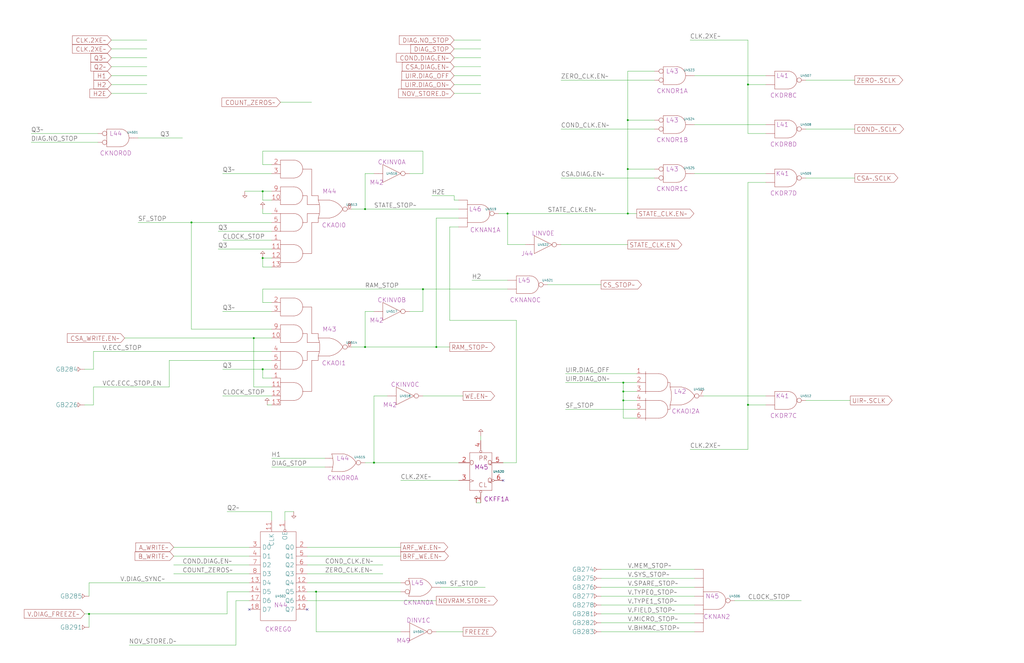
<source format=kicad_sch>
(kicad_sch (version 20211123) (generator eeschema)
  (paper "User" 584.2 378.46)
  (title_block (title "CLOCK GENERATION\\nSTATE CLOCKS") (date "22-MAR-90") (rev "1.0") (comment 1 "VALUE") (comment 2 "232-003063") (comment 3 "S400") (comment 4 "RELEASED"))
  (lib_symbols
    (symbol "r1000:F00" (pin_numbers hide) (pin_names hide)
      (property "Reference" "U" (at 15.24 0 0))
      (property "Value" "F00" (at 1.905 -5.08 0))
      (property "Location" "___" (at 1.905 0 0))
      (property "Name" "______" (at 2.54 -12.7 0))
      (symbol "F00_0_1"
        (polyline (pts (xy -2.54 -7.62) (xy 5.08 -7.62)) (stroke (width 0.1524)))
        (polyline (pts (xy -2.54 2.54) (xy -2.54 -7.62)) (stroke (width 0.1524)))
        (polyline (pts (xy -2.54 2.54) (xy 5.08 2.54)) (stroke (width 0.1524)))
        (arc (start 5.08 -7.62) (mid 10.1282 -2.54) (end 5.08 2.54) (stroke (width 0.1524)))
        (circle (center 11.43 -2.54) (radius 1.27) (stroke (width 0.1524)))
      )
      (symbol "F00_0_2"
        (circle (center -3.81 -5.08) (radius 1.27) (stroke (width 0.1524)))
        (circle (center -3.81 0) (radius 1.27) (stroke (width 0.1524)))
        (arc (start -3.175 -7.62) (mid -2.134 -2.54) (end -3.175 2.54) (stroke (width 0.1524)))
        (polyline (pts (xy -3.175 -7.62) (xy 3.81 -7.62)) (stroke (width 0.1524)))
        (polyline (pts (xy -3.175 2.54) (xy 3.81 2.54)) (stroke (width 0.1524)))
        (arc (start 3.81 -7.62) (mid 7.5855 -5.8306) (end 10.16 -2.54) (stroke (width 0.1524)))
        (arc (start 10.16 -2.54) (mid 7.5827 0.7471) (end 3.81 2.54) (stroke (width 0.1524)))
      )
      (symbol "F00_1_1"
        (pin input line (at -7.62 0 0) (length 5.08) (name "D0") (number "1"))
        (pin input line (at -7.62 -5.08 0) (length 5.08) (name "D1") (number "2"))
        (pin output line (at 15.24 -2.54 180) (length 2.54) (name "Q") (number "3"))
      )
      (symbol "F00_1_2"
        (pin input line (at -7.62 0 0) (length 2.54) (name "D0") (number "1"))
        (pin input line (at -7.62 -5.08 0) (length 2.54) (name "D1") (number "2"))
        (pin output line (at 15.24 -2.54 180) (length 5.08) (name "Q") (number "3"))
      )
    )
    (symbol "r1000:F02" (pin_numbers hide) (pin_names hide)
      (property "Reference" "U" (at 12.16 0.635 0))
      (property "Value" "F02" (at -1.27 -4.445 0))
      (property "Location" "___" (at 2.54 0 0))
      (property "Name" "______" (at 2.54 -12.7 0))
      (symbol "F02_0_1"
        (arc (start -3.81 -7.62) (mid -2.9847 -2.54) (end -3.81 2.54) (stroke (width 0.1524)))
        (polyline (pts (xy -5.08 -5.08) (xy -3.175 -5.08)) (stroke (width 0.1524)))
        (polyline (pts (xy -5.08 0) (xy -3.175 0)) (stroke (width 0.1524)))
        (polyline (pts (xy -3.81 -7.62) (xy 2.54 -7.62)) (stroke (width 0.1524)))
        (polyline (pts (xy -3.81 2.54) (xy 2.54 2.54)) (stroke (width 0.1524)))
        (polyline (pts (xy 13.97 -2.54) (xy 12.7 -2.54)) (stroke (width 0.1524)))
        (arc (start 2.54 -7.62) (mid 6.9515 -5.9823) (end 10.16 -2.54) (stroke (width 0.1524)))
        (arc (start 10.16 -2.54) (mid 6.9478 0.8966) (end 2.54 2.54) (stroke (width 0.1524)))
        (circle (center 11.43 -2.54) (radius 1.27) (stroke (width 0.1524)))
      )
      (symbol "F02_0_2"
        (circle (center -3.81 -5.08) (radius 1.27) (stroke (width 0.1524)))
        (circle (center -3.81 0) (radius 1.27) (stroke (width 0.1524)))
        (polyline (pts (xy -2.54 -7.62) (xy 5.08 -7.62)) (stroke (width 0.1524)))
        (polyline (pts (xy -2.54 2.54) (xy -2.54 -7.62)) (stroke (width 0.1524)))
        (polyline (pts (xy -2.54 2.54) (xy 5.08 2.54)) (stroke (width 0.1524)))
        (polyline (pts (xy 11.43 -2.54) (xy 10.16 -2.54)) (stroke (width 0.1524)))
        (polyline (pts (xy 11.43 -2.54) (xy 12.7 -2.54)) (stroke (width 0.1524)))
        (arc (start 5.08 -7.62) (mid 10.1282 -2.54) (end 5.08 2.54) (stroke (width 0.1524)))
      )
      (symbol "F02_1_1"
        (pin input line (at -7.62 0 0) (length 2.54) (name "D0") (number "1"))
        (pin input line (at -7.62 -5.08 0) (length 2.54) (name "D1") (number "2"))
        (pin output line (at 15.24 -2.54 180) (length 1.27) (name "Q") (number "3"))
      )
      (symbol "F02_1_2"
        (pin input line (at -7.62 0 0) (length 2.54) (name "D0") (number "1"))
        (pin input line (at -7.62 -5.08 0) (length 2.54) (name "D1") (number "2"))
        (pin output line (at 15.24 -2.54 180) (length 2.54) (name "Q") (number "3"))
      )
    )
    (symbol "r1000:F04" (pin_numbers hide) (pin_names hide)
      (property "Reference" "U" (at 0 0 0))
      (property "Value" "F04" (at 1.27 -5.08 0))
      (property "Location" "___" (at -12.7 -5.08 0))
      (property "Name" "______" (at 0 5.08 0))
      (symbol "F04_0_1"
        (polyline (pts (xy -7.62 0) (xy -5.08 0)) (stroke (width 0.1524)))
        (polyline (pts (xy -5.08 5.08) (xy -5.08 -5.08)) (stroke (width 0.1524)))
        (polyline (pts (xy 5.08 0) (xy -5.08 -5.08)) (stroke (width 0.1524)))
        (polyline (pts (xy 5.08 0) (xy -5.08 5.08)) (stroke (width 0.1524)))
        (circle (center 6.35 0) (radius 1.27) (stroke (width 0.1524)))
      )
      (symbol "F04_1_1"
        (pin input line (at -10.16 0 0) (length 2.54) (name "D0") (number "1"))
        (pin output line (at 10.16 0 180) (length 2.54) (name "Q") (number "2"))
      )
    )
    (symbol "r1000:F20" (pin_numbers hide) (pin_names hide)
      (property "Reference" "U" (at 8.255 2.54 0))
      (property "Value" "F20" (at -0.635 -2.54 0))
      (property "Location" "___" (at -0.635 2.54 0))
      (property "Name" "______" (at 5.08 -10.795 0))
      (symbol "F20_0_1"
        (polyline (pts (xy -5.08 -5.08) (xy -5.08 -7.62)) (stroke (width 0.1524)))
        (polyline (pts (xy -5.08 5.08) (xy -5.08 -5.08)) (stroke (width 0.1524)))
        (polyline (pts (xy -5.08 7.62) (xy -5.08 5.08)) (stroke (width 0.1524)))
        (polyline (pts (xy 2.54 -5.08) (xy -5.08 -5.08)) (stroke (width 0.1524)))
        (polyline (pts (xy 2.54 5.08) (xy -5.08 5.08)) (stroke (width 0.1524)))
        (arc (start 2.54 -5.08) (mid 7.5882 0) (end 2.54 5.08) (stroke (width 0.1524)))
        (circle (center 8.89 0) (radius 1.27) (stroke (width 0.1524)))
      )
      (symbol "F20_0_2"
        (circle (center -7.62 -7.62) (radius 1.27) (stroke (width 0.1524)))
        (circle (center -7.62 7.62) (radius 1.27) (stroke (width 0.1524)))
        (circle (center -6.985 -2.54) (radius 1.27) (stroke (width 0.1524)))
        (circle (center -6.985 2.54) (radius 1.27) (stroke (width 0.1524)))
        (arc (start -6.35 -7.62) (mid -5.3975 0) (end -6.35 7.62) (stroke (width 0.1524)))
        (polyline (pts (xy -5.715 -5.08) (xy 1.27 -5.08)) (stroke (width 0.1524)))
        (polyline (pts (xy -5.715 5.08) (xy 1.27 5.08)) (stroke (width 0.1524)))
        (arc (start 1.27 -5.08) (mid 5.0518 -3.2985) (end 7.62 0) (stroke (width 0.1524)))
        (arc (start 7.62 0) (mid 5.0518 3.2985) (end 1.27 5.08) (stroke (width 0.1524)))
      )
      (symbol "F20_1_1"
        (pin input line (at -10.16 7.62 0) (length 5.08) (name "D0") (number "1"))
        (pin input line (at -10.16 2.54 0) (length 5.08) (name "D1") (number "2"))
        (pin input line (at -10.16 -2.54 0) (length 5.08) (name "D2") (number "4"))
        (pin input line (at -10.16 -7.62 0) (length 5.08) (name "D3") (number "5"))
        (pin output line (at 12.7 0 180) (length 2.54) (name "Q") (number "6"))
      )
      (symbol "F20_1_2"
        (pin input line (at -10.16 7.62 0) (length 1.27) (name "D0") (number "1"))
        (pin input line (at -10.16 2.54 0) (length 1.905) (name "D1") (number "2"))
        (pin input line (at -10.16 -2.54 0) (length 1.905) (name "D2") (number "4"))
        (pin input line (at -10.16 -7.62 0) (length 1.27) (name "D3") (number "5"))
        (pin output line (at 12.7 0 180) (length 5.08) (name "Q") (number "6"))
      )
    )
    (symbol "r1000:F30" (pin_numbers hide) (pin_names hide)
      (property "Reference" "U" (at 15.24 2.54 0))
      (property "Value" "F30" (at 2.54 -2.54 0))
      (property "Location" "___" (at 2.54 2.54 0))
      (property "Name" "______" (at 5.08 -10.62 0))
      (symbol "F30_0_0"
        (polyline (pts (xy -2.54 -5.08) (xy 5.08 -5.08)) (stroke (width 0.1524)))
        (polyline (pts (xy -2.54 5.08) (xy 5.08 5.08)) (stroke (width 0.1524)))
        (arc (start 5.08 -5.08) (mid 8.6721 -3.5921) (end 10.16 0) (stroke (width 0.1524)))
        (arc (start 10.16 0) (mid 8.6721 3.5921) (end 5.08 5.08) (stroke (width 0.1524)))
        (circle (center 11.43 0) (radius 1.27) (stroke (width 0.1524)))
      )
      (symbol "F30_0_1"
        (polyline (pts (xy -2.54 -7.62) (xy -2.54 -17.78)) (stroke (width 0.1524)))
        (polyline (pts (xy -2.54 -5.08) (xy -2.54 -7.62)) (stroke (width 0.1524)))
        (polyline (pts (xy -2.54 5.08) (xy -2.54 -5.08)) (stroke (width 0.1524)))
        (polyline (pts (xy -2.54 7.62) (xy -2.54 5.08)) (stroke (width 0.1524)))
        (polyline (pts (xy -2.54 17.145) (xy -2.54 7.62)) (stroke (width 0.1524)))
        (polyline (pts (xy -2.54 17.78) (xy -2.54 17.145)) (stroke (width 0.1524)))
      )
      (symbol "F30_1_1"
        (pin input line (at -7.62 7.62 0) (length 5.08) (name "D2") (number "1"))
        (pin input line (at -7.62 17.78 0) (length 5.08) (name "D0") (number "11"))
        (pin input line (at -7.62 12.7 0) (length 5.08) (name "D1") (number "12"))
        (pin input line (at -7.62 2.54 0) (length 5.08) (name "D3") (number "2"))
        (pin input line (at -7.62 -2.54 0) (length 5.08) (name "D4") (number "3"))
        (pin input line (at -7.62 -7.62 0) (length 5.08) (name "D5") (number "4"))
        (pin input line (at -7.62 -12.7 0) (length 5.08) (name "D6") (number "5"))
        (pin input line (at -7.62 -17.78 0) (length 5.08) (name "D7") (number "6"))
        (pin output line (at 15.24 0 180) (length 2.54) (name "Q") (number "8"))
      )
    )
    (symbol "r1000:F37" (pin_numbers hide) (pin_names (offset 0) hide)
      (property "Reference" "U" (at 15.24 0 0))
      (property "Value" "F37" (at 1.905 -5.08 0))
      (property "Location" "___" (at 1.905 0 0))
      (property "Name" "______" (at 2.54 -12.7 0))
      (symbol "F37_0_1"
        (polyline (pts (xy -2.54 -7.62) (xy 5.08 -7.62)) (stroke (width 0.1524)))
        (polyline (pts (xy -2.54 2.54) (xy -2.54 -7.62)) (stroke (width 0.1524)))
        (polyline (pts (xy -2.54 2.54) (xy 5.08 2.54)) (stroke (width 0.1524)))
        (arc (start 5.08 -7.62) (mid 10.1282 -2.54) (end 5.08 2.54) (stroke (width 0.1524)))
        (circle (center 11.43 -2.54) (radius 1.27) (stroke (width 0.1524)))
      )
      (symbol "F37_0_2"
        (circle (center -3.81 -5.08) (radius 1.27) (stroke (width 0.1524)))
        (circle (center -3.81 0) (radius 1.27) (stroke (width 0.1524)))
        (arc (start -3.175 -7.62) (mid -2.134 -2.54) (end -3.175 2.54) (stroke (width 0.1524)))
        (polyline (pts (xy -3.175 -7.62) (xy 3.81 -7.62)) (stroke (width 0.1524)))
        (polyline (pts (xy -3.175 2.54) (xy 3.81 2.54)) (stroke (width 0.1524)))
        (arc (start 3.81 -7.62) (mid 7.5855 -5.8306) (end 10.16 -2.54) (stroke (width 0.1524)))
        (arc (start 10.16 -2.54) (mid 7.5827 0.7471) (end 3.81 2.54) (stroke (width 0.1524)))
      )
      (symbol "F37_1_1"
        (pin input line (at -7.62 0 0) (length 5.08) (name "D0") (number "1"))
        (pin input line (at -7.62 -5.08 0) (length 5.08) (name "D1") (number "2"))
        (pin output line (at 15.24 -2.54 180) (length 2.54) (name "Q") (number "3"))
      )
      (symbol "F37_1_2"
        (pin input line (at -7.62 0 0) (length 2.54) (name "D0") (number "1"))
        (pin input line (at -7.62 -5.08 0) (length 2.54) (name "D1") (number "2"))
        (pin output line (at 15.24 -2.54 180) (length 5.08) (name "Q") (number "3"))
      )
    )
    (symbol "r1000:F374" (pin_names (offset 1.016))
      (property "Reference" "U" (at 2.54 5.08 0))
      (property "Value" "F374" (at -3.81 -7.62 0))
      (property "Location" "___" (at -1.27 0 0))
      (property "Name" "______" (at 1.27 -15.24 0))
      (symbol "F374_1_1"
        (rectangle (start -8.89 41.91) (end 11.43 -8.89))
        (circle (center 5.08 42.545) (radius 0.635))
        (pin input line (at 5.08 48.26 270) (length 5.08) (name "OE") (number "1"))
        (pin input line (at -2.54 48.26 270) (length 6.35) (name "CLK") (number "11"))
        (pin tri_state line (at 17.78 12.7 180) (length 6.35) (name "Q4") (number "12"))
        (pin input line (at -15.24 12.7 0) (length 6.35) (name "D4") (number "13"))
        (pin input line (at -15.24 7.62 0) (length 6.35) (name "D5") (number "14"))
        (pin tri_state line (at 17.78 7.62 180) (length 6.35) (name "Q5") (number "15"))
        (pin tri_state line (at 17.78 2.54 180) (length 6.35) (name "Q6") (number "16"))
        (pin input line (at -15.24 2.54 0) (length 6.35) (name "D6") (number "17"))
        (pin input line (at -15.24 -2.54 0) (length 6.35) (name "D7") (number "18"))
        (pin tri_state line (at 17.78 -2.54 180) (length 6.35) (name "Q7") (number "19"))
        (pin tri_state line (at 17.78 33.02 180) (length 6.35) (name "Q0") (number "2"))
        (pin input line (at -15.24 33.02 0) (length 6.35) (name "D0") (number "3"))
        (pin input line (at -15.24 27.94 0) (length 6.35) (name "D1") (number "4"))
        (pin tri_state line (at 17.78 27.94 180) (length 6.35) (name "Q1") (number "5"))
        (pin tri_state line (at 17.78 22.86 180) (length 6.35) (name "Q2") (number "6"))
        (pin input line (at -15.24 22.86 0) (length 6.35) (name "D2") (number "7"))
        (pin input line (at -15.24 17.78 0) (length 6.35) (name "D3") (number "8"))
        (pin tri_state line (at 17.78 17.78 180) (length 6.35) (name "Q3") (number "9"))
      )
    )
    (symbol "r1000:F51" (pin_names hide)
      (property "Reference" "U" (at 12.7 1.27 0))
      (property "Value" "F51" (at 1.905 -5.08 0))
      (property "Location" "___" (at 1.905 0 0))
      (property "Name" "______" (at 5.08 -12.7 0))
      (symbol "F51_0_0"
        (arc (start -10.16 -15.24) (mid -6.5679 -13.7521) (end -5.08 -10.16) (stroke (width 0.1524)))
        (arc (start -10.16 0) (mid -6.5679 1.4879) (end -5.08 5.08) (stroke (width 0.1524)))
        (arc (start -5.08 -10.16) (mid -6.5679 -6.5679) (end -10.16 -5.08) (stroke (width 0.1524)))
        (arc (start -5.08 5.08) (mid -6.5679 8.6721) (end -10.16 10.16) (stroke (width 0.1524)))
        (arc (start -3.8173 -7.62) (mid -2.9926 -2.54) (end -3.8173 2.54) (stroke (width 0.1524)))
        (polyline (pts (xy -20.32 -15.24) (xy -17.78 -15.24)) (stroke (width 0.1524)))
        (polyline (pts (xy -20.32 -10.16) (xy -17.78 -10.16)) (stroke (width 0.1524)))
        (polyline (pts (xy -20.32 -5.08) (xy -17.78 -5.08)) (stroke (width 0.1524)))
        (polyline (pts (xy -20.32 0) (xy -17.78 0)) (stroke (width 0.1524)))
        (polyline (pts (xy -20.32 5.08) (xy -17.78 5.08)) (stroke (width 0.1524)))
        (polyline (pts (xy -20.32 10.16) (xy -17.78 10.16)) (stroke (width 0.1524)))
        (polyline (pts (xy -17.78 -3.81) (xy -17.78 -16.51)) (stroke (width 0.1524)))
        (polyline (pts (xy -17.78 11.43) (xy -17.78 -1.27)) (stroke (width 0.1524)))
        (polyline (pts (xy -10.16 -15.24) (xy -17.78 -15.24)) (stroke (width 0.1524)))
        (polyline (pts (xy -10.16 -5.08) (xy -17.78 -5.08)) (stroke (width 0.1524)))
        (polyline (pts (xy -10.16 0) (xy -17.78 0)) (stroke (width 0.1524)))
        (polyline (pts (xy -10.16 10.16) (xy -17.78 10.16)) (stroke (width 0.1524)))
        (polyline (pts (xy -3.81 -7.62) (xy 2.54 -7.62)) (stroke (width 0.1524)))
        (polyline (pts (xy -3.81 2.54) (xy 2.54 2.54)) (stroke (width 0.1524)))
        (polyline (pts (xy -5.08 -10.16) (xy -3.81 -10.16) (xy -3.81 -7.62)) (stroke (width 0.1524)))
        (polyline (pts (xy -5.08 5.08) (xy -3.81 5.08) (xy -3.81 2.54)) (stroke (width 0.1524)))
        (arc (start 2.54 -7.62) (mid 6.9504 -5.9805) (end 10.16 -2.54) (stroke (width 0.1524)))
        (arc (start 10.16 -2.54) (mid 6.9516 0.9024) (end 2.54 2.54) (stroke (width 0.1524)))
        (circle (center 11.43 -2.54) (radius 1.27) (stroke (width 0.1524)))
      )
      (symbol "F51_1_1"
        (pin input line (at -22.86 10.16 0) (length 2.54) (name "A1") (number "1"))
        (pin input line (at -22.86 5.08 0) (length 2.54) (name "A2") (number "2"))
        (pin input line (at -22.86 0 0) (length 2.54) (name "A3") (number "3"))
        (pin input line (at -22.86 -5.08 0) (length 2.54) (name "B1") (number "4"))
        (pin input line (at -22.86 -10.16 0) (length 2.54) (name "B2") (number "5"))
        (pin input line (at -22.86 -15.24 0) (length 2.54) (name "B3") (number "6"))
        (pin output line (at 15.24 -2.54 180) (length 2.54) (name "Q") (number "7"))
      )
    )
    (symbol "r1000:F64" (pin_names hide)
      (property "Reference" "U" (at 15.24 2.54 0))
      (property "Value" "F64" (at 2.54 0 0))
      (property "Location" "___" (at 2.54 10.16 0))
      (property "Name" "______" (at 5.08 -10.62 0))
      (symbol "F64_0_0"
        (arc (start -17.78 -30.48) (mid -14.1879 -28.9921) (end -12.7 -25.4) (stroke (width 0.1524)))
        (arc (start -17.78 -12.7) (mid -14.1879 -11.2121) (end -12.7 -7.62) (stroke (width 0.1524)))
        (arc (start -17.78 2.54) (mid -14.1879 4.0279) (end -12.7 7.62) (stroke (width 0.1524)))
        (arc (start -17.78 17.78) (mid -14.1879 19.2679) (end -12.7 22.86) (stroke (width 0.1524)))
        (arc (start -12.7 -25.4) (mid -14.1879 -21.8079) (end -17.78 -20.32) (stroke (width 0.1524)))
        (arc (start -12.7 -7.62) (mid -14.1879 -4.0279) (end -17.78 -2.54) (stroke (width 0.1524)))
        (arc (start -12.7 7.62) (mid -14.1879 11.2121) (end -17.78 12.7) (stroke (width 0.1524)))
        (arc (start -12.7 22.86) (mid -14.1879 26.4521) (end -17.78 27.94) (stroke (width 0.1524)))
        (arc (start -3.8173 -5.08) (mid -2.9926 0) (end -3.8173 5.08) (stroke (width 0.1524)))
        (polyline (pts (xy -25.4 -30.48) (xy -17.78 -30.48)) (stroke (width 0.1524)))
        (polyline (pts (xy -25.4 -20.32) (xy -17.78 -20.32)) (stroke (width 0.1524)))
        (polyline (pts (xy -25.4 -12.7) (xy -17.78 -12.7)) (stroke (width 0.1524)))
        (polyline (pts (xy -25.4 -2.54) (xy -17.78 -2.54)) (stroke (width 0.1524)))
        (polyline (pts (xy -25.4 2.54) (xy -17.78 2.54)) (stroke (width 0.1524)))
        (polyline (pts (xy -25.4 12.7) (xy -17.78 12.7)) (stroke (width 0.1524)))
        (polyline (pts (xy -25.4 17.78) (xy -17.78 17.78)) (stroke (width 0.1524)))
        (polyline (pts (xy -25.4 27.94) (xy -17.78 27.94)) (stroke (width 0.1524)))
        (polyline (pts (xy -3.81 -5.08) (xy 2.54 -5.08)) (stroke (width 0.1524)))
        (polyline (pts (xy -3.81 5.08) (xy 2.54 5.08)) (stroke (width 0.1524)))
        (arc (start 2.54 -5.08) (mid 6.9504 -3.4405) (end 10.16 0) (stroke (width 0.1524)))
        (arc (start 10.16 0) (mid 6.9516 3.4424) (end 2.54 5.08) (stroke (width 0.1524)))
        (circle (center 11.43 0) (radius 1.27) (stroke (width 0.1524)))
      )
      (symbol "F64_0_1"
        (polyline (pts (xy -25.4 -33.02) (xy -25.4 -30.48)) (stroke (width 0.1524)))
        (polyline (pts (xy -25.4 -20.32) (xy -25.4 -30.48)) (stroke (width 0.1524)))
        (polyline (pts (xy -25.4 -17.78) (xy -25.4 -20.32)) (stroke (width 0.1524)))
        (polyline (pts (xy -25.4 -2.54) (xy -25.4 -12.7)) (stroke (width 0.1524)))
        (polyline (pts (xy -25.4 12.7) (xy -25.4 2.54)) (stroke (width 0.1524)))
        (polyline (pts (xy -25.4 27.94) (xy -25.4 17.78)) (stroke (width 0.1524)))
        (polyline (pts (xy -12.7 -7.62) (xy -12.7 -7.62)) (stroke (width 0.1524)))
        (polyline (pts (xy -5.08 -2.54) (xy -3.175 -2.54)) (stroke (width 0.1524)))
        (polyline (pts (xy -5.08 2.54) (xy -3.175 2.54)) (stroke (width 0.1524)))
        (polyline (pts (xy -12.7 -7.62) (xy -10.16 -7.62) (xy -10.16 -2.54) (xy -5.08 -2.54)) (stroke (width 0.1524)))
        (polyline (pts (xy -12.7 7.62) (xy -10.16 7.62) (xy -10.16 2.54) (xy -5.08 2.54)) (stroke (width 0.1524)))
        (polyline (pts (xy -3.81 -5.08) (xy -3.81 -7.62) (xy -7.62 -7.62) (xy -7.62 -25.4) (xy -12.7 -25.4)) (stroke (width 0.1524)))
        (polyline (pts (xy -3.81 5.08) (xy -3.81 7.62) (xy -7.62 7.62) (xy -7.62 22.86) (xy -12.7 22.86)) (stroke (width 0.1524)))
      )
      (symbol "F64_1_1"
        (pin input line (at -30.48 -17.78 0) (length 5.08) (name "D0") (number "1"))
        (pin input line (at -30.48 5.08 0) (length 5.08) (name "B1") (number "10"))
        (pin input line (at -30.48 -22.86 0) (length 5.08) (name "D1") (number "11"))
        (pin input line (at -30.48 -27.94 0) (length 5.08) (name "D2") (number "12"))
        (pin input line (at -30.48 -33.02 0) (length 5.08) (name "D3") (number "13"))
        (pin input line (at -30.48 25.4 0) (length 5.08) (name "A0") (number "2"))
        (pin input line (at -30.48 20.32 0) (length 5.08) (name "A1") (number "3"))
        (pin input line (at -30.48 -2.54 0) (length 5.08) (name "C0") (number "4"))
        (pin input line (at -30.48 -7.62 0) (length 5.08) (name "C1") (number "5"))
        (pin input line (at -30.48 -12.7 0) (length 5.08) (name "C2") (number "6"))
        (pin output line (at 15.24 0 180) (length 2.54) (name "Q") (number "8"))
        (pin input line (at -30.48 10.16 0) (length 5.08) (name "B0") (number "9"))
      )
    )
    (symbol "r1000:F74" (pin_names (offset 1.016) hide)
      (property "Reference" "U" (at 12.7 -2.54 0))
      (property "Value" "F74" (at -1.27 -5.08 0))
      (property "Location" "___" (at -1.27 0 0))
      (property "Name" "______" (at 11.43 -19.685 0))
      (symbol "F74_0_1"
        (rectangle (start -3.81 8.255) (end 8.89 -13.335) (stroke (width 0.1524)))
        (polyline (pts (xy 2.54 -15.24) (xy 2.54 -14.605)) (stroke (width 0.1524)))
        (polyline (pts (xy 2.54 10.16) (xy 2.54 9.525)) (stroke (width 0.1524)))
      )
      (symbol "F74_1_1"
        (circle (center 2.54 -13.97) (radius 0.635))
        (circle (center 2.54 8.89) (radius 0.635))
        (circle (center 9.525 -7.62) (radius 0.635))
        (text ">" (at -2.54 -7.62 0) (effects (font (size 2.54 2.54))))
        (text "C" (at 2.54 -10.16 0) (effects (font (size 2.54 2.54))))
        (text "D" (at -2.54 2.54 0) (effects (font (size 2.54 2.54))))
        (text "L" (at 5.08 -10.16 0) (effects (font (size 2.54 2.54))))
        (text "P" (at 2.54 5.08 0) (effects (font (size 2.54 2.54))))
        (text "Q" (at 7.62 -7.62 0) (effects (font (size 2.54 2.54))))
        (text "Q" (at 7.62 2.54 0) (effects (font (size 2.54 2.54))))
        (text "R" (at 5.08 5.08 0) (effects (font (size 2.54 2.54))))
        (pin input line (at 2.54 -20.32 90) (length 5.08) (name "CL_") (number "1"))
        (pin input line (at -10.16 2.54 0) (length 6.35) (name "D") (number "2"))
        (pin input line (at -10.16 -7.62 0) (length 6.35) (name "CLK") (number "3"))
        (pin input line (at 2.54 15.24 270) (length 5.08) (name "PR_") (number "4"))
        (pin output line (at 15.24 2.54 180) (length 6.35) (name "Q") (number "5"))
        (pin output line (at 15.24 -7.62 180) (length 5.08) (name "Q_") (number "6"))
      )
    )
    (symbol "r1000:GB" (pin_numbers hide) (pin_names (offset 0) hide)
      (property "Reference" "GB" (at 3.81 0 0))
      (symbol "GB_0_1"
        (polyline (pts (xy 2.54 0) (xy 3.81 1.27) (xy 3.81 -1.27) (xy 2.54 0)) (stroke (width 0.1524)))
      )
      (symbol "GB_1_1"
        (pin bidirectional line (at 0 0 0) (length 2.54) (name "") (number "1"))
      )
    )
    (symbol "r1000:PD" (power) (pin_numbers hide) (pin_names hide) (in_bom no)
      (symbol "PD_0_1"
        (polyline (pts (xy 0 -2.54) (xy 1.27 -2.54) (xy 0 -3.81) (xy -1.27 -2.54) (xy 0 -2.54)) (stroke (width 0.1524)))
      )
      (symbol "PD_1_1"
        (pin power_in line (at 0 0 270) (length 2.54) (name "PD") (number "1"))
      )
    )
    (symbol "r1000:PU" (power) (pin_numbers hide) (pin_names hide)
      (symbol "PU_0_1"
        (polyline (pts (xy 0 2.54) (xy -1.27 2.54) (xy 0 3.81) (xy 1.27 2.54) (xy 0 2.54)) (stroke (width 0.1524)))
      )
      (symbol "PU_1_1"
        (pin power_in line (at 0 0 90) (length 2.54) (name "PU") (number "1"))
      )
    )
  )
  (wire (pts (xy 109.22 127) (xy 154.94 127)))
  (wire (pts (xy 109.22 187.96) (xy 109.22 127)))
  (wire (pts (xy 124.46 132.08) (xy 154.94 132.08)))
  (wire (pts (xy 124.46 142.24) (xy 154.94 142.24)))
  (wire (pts (xy 127 137.16) (xy 154.94 137.16)))
  (wire (pts (xy 127 177.8) (xy 154.94 177.8)))
  (wire (pts (xy 127 210.82) (xy 149.86 210.82)))
  (wire (pts (xy 127 226.06) (xy 154.94 226.06)))
  (wire (pts (xy 127 99.06) (xy 154.94 99.06)))
  (wire (pts (xy 129.54 292.1) (xy 154.94 292.1)))
  (wire (pts (xy 129.54 337.82) (xy 142.24 337.82)))
  (wire (pts (xy 129.54 350.52) (xy 129.54 337.82)))
  (wire (pts (xy 134.62 342.9) (xy 142.24 342.9)))
  (wire (pts (xy 134.62 368.3) (xy 134.62 342.9)))
  (wire (pts (xy 139.7 109.22) (xy 149.86 109.22)))
  (wire (pts (xy 144.78 193.04) (xy 154.94 193.04)))
  (wire (pts (xy 144.78 220.98) (xy 144.78 193.04)))
  (wire (pts (xy 149.86 109.22) (xy 154.94 109.22)))
  (wire (pts (xy 149.86 114.3) (xy 149.86 109.22)))
  (wire (pts (xy 149.86 121.92) (xy 149.86 119.38)))
  (wire (pts (xy 149.86 147.32) (xy 154.94 147.32)))
  (wire (pts (xy 149.86 152.4) (xy 149.86 147.32)))
  (wire (pts (xy 149.86 165.1) (xy 149.86 172.72)))
  (wire (pts (xy 149.86 172.72) (xy 154.94 172.72)))
  (wire (pts (xy 149.86 210.82) (xy 154.94 210.82)))
  (wire (pts (xy 149.86 215.9) (xy 149.86 210.82)))
  (wire (pts (xy 149.86 86.36) (xy 149.86 93.98)))
  (wire (pts (xy 149.86 93.98) (xy 154.94 93.98)))
  (wire (pts (xy 152.4 231.14) (xy 154.94 231.14)))
  (wire (pts (xy 154.94 114.3) (xy 149.86 114.3)))
  (wire (pts (xy 154.94 121.92) (xy 149.86 121.92)))
  (wire (pts (xy 154.94 152.4) (xy 149.86 152.4)))
  (wire (pts (xy 154.94 187.96) (xy 109.22 187.96)))
  (wire (pts (xy 154.94 215.9) (xy 149.86 215.9)))
  (wire (pts (xy 154.94 220.98) (xy 144.78 220.98)))
  (wire (pts (xy 154.94 261.62) (xy 185.42 261.62)))
  (wire (pts (xy 154.94 266.7) (xy 185.42 266.7)))
  (wire (pts (xy 154.94 292.1) (xy 154.94 297.18)))
  (wire (pts (xy 160.02 58.42) (xy 177.8 58.42)))
  (wire (pts (xy 162.56 292.1) (xy 162.56 297.18)))
  (wire (pts (xy 167.64 292.1) (xy 162.56 292.1)))
  (wire (pts (xy 17.78 76.2) (xy 55.88 76.2)))
  (wire (pts (xy 17.78 81.28) (xy 55.88 81.28)))
  (wire (pts (xy 175.26 312.42) (xy 228.6 312.42)))
  (wire (pts (xy 175.26 317.5) (xy 228.6 317.5)))
  (wire (pts (xy 175.26 322.58) (xy 218.44 322.58)))
  (wire (pts (xy 175.26 327.66) (xy 218.44 327.66)))
  (wire (pts (xy 175.26 332.74) (xy 228.6 332.74)))
  (wire (pts (xy 175.26 342.9) (xy 248.92 342.9)))
  (wire (pts (xy 180.34 337.82) (xy 175.26 337.82)))
  (wire (pts (xy 180.34 337.82) (xy 228.6 337.82)))
  (wire (pts (xy 180.34 360.68) (xy 180.34 337.82)))
  (wire (pts (xy 200.66 119.38) (xy 208.28 119.38)))
  (wire (pts (xy 200.66 198.12) (xy 208.28 198.12)))
  (wire (pts (xy 208.28 119.38) (xy 261.62 119.38)))
  (wire (pts (xy 208.28 177.8) (xy 208.28 198.12)))
  (wire (pts (xy 208.28 198.12) (xy 248.92 198.12)))
  (wire (pts (xy 208.28 264.16) (xy 213.36 264.16)))
  (wire (pts (xy 208.28 99.06) (xy 208.28 119.38)))
  (wire (pts (xy 213.36 177.8) (xy 208.28 177.8)))
  (wire (pts (xy 213.36 226.06) (xy 213.36 264.16)))
  (wire (pts (xy 213.36 264.16) (xy 261.62 264.16)))
  (wire (pts (xy 213.36 99.06) (xy 208.28 99.06)))
  (wire (pts (xy 220.98 226.06) (xy 213.36 226.06)))
  (wire (pts (xy 228.6 274.32) (xy 261.62 274.32)))
  (wire (pts (xy 228.6 360.68) (xy 180.34 360.68)))
  (wire (pts (xy 233.68 177.8) (xy 241.3 177.8)))
  (wire (pts (xy 233.68 99.06) (xy 241.3 99.06)))
  (wire (pts (xy 241.3 165.1) (xy 149.86 165.1)))
  (wire (pts (xy 241.3 177.8) (xy 241.3 165.1)))
  (wire (pts (xy 241.3 226.06) (xy 264.16 226.06)))
  (wire (pts (xy 241.3 86.36) (xy 149.86 86.36)))
  (wire (pts (xy 241.3 99.06) (xy 241.3 86.36)))
  (wire (pts (xy 246.38 111.76) (xy 259.08 111.76)))
  (wire (pts (xy 248.92 124.46) (xy 248.92 198.12)))
  (wire (pts (xy 248.92 198.12) (xy 256.54 198.12)))
  (wire (pts (xy 248.92 360.68) (xy 264.16 360.68)))
  (wire (pts (xy 251.46 335.28) (xy 276.86 335.28)))
  (wire (pts (xy 256.54 129.54) (xy 261.62 129.54)))
  (wire (pts (xy 256.54 182.88) (xy 256.54 129.54)))
  (wire (pts (xy 259.08 111.76) (xy 259.08 114.3)))
  (wire (pts (xy 259.08 114.3) (xy 261.62 114.3)))
  (wire (pts (xy 259.08 22.86) (xy 274.32 22.86)))
  (wire (pts (xy 259.08 27.94) (xy 274.32 27.94)))
  (wire (pts (xy 259.08 33.02) (xy 274.32 33.02)))
  (wire (pts (xy 259.08 38.1) (xy 274.32 38.1)))
  (wire (pts (xy 259.08 43.18) (xy 274.32 43.18)))
  (wire (pts (xy 259.08 48.26) (xy 274.32 48.26)))
  (wire (pts (xy 259.08 53.34) (xy 274.32 53.34)))
  (wire (pts (xy 261.62 124.46) (xy 248.92 124.46)))
  (wire (pts (xy 269.24 160.02) (xy 289.56 160.02)))
  (wire (pts (xy 271.78 287.02) (xy 274.32 287.02)))
  (wire (pts (xy 274.32 248.92) (xy 274.32 251.46)))
  (wire (pts (xy 284.48 121.92) (xy 289.56 121.92)))
  (wire (pts (xy 287.02 264.16) (xy 294.64 264.16)))
  (wire (pts (xy 289.56 121.92) (xy 289.56 139.7)))
  (wire (pts (xy 289.56 121.92) (xy 358.14 121.92)))
  (wire (pts (xy 289.56 139.7) (xy 299.72 139.7)))
  (wire (pts (xy 289.56 165.1) (xy 241.3 165.1)))
  (wire (pts (xy 294.64 182.88) (xy 256.54 182.88)))
  (wire (pts (xy 294.64 264.16) (xy 294.64 182.88)))
  (wire (pts (xy 312.42 162.56) (xy 342.9 162.56)))
  (wire (pts (xy 320.04 101.6) (xy 373.38 101.6)))
  (wire (pts (xy 320.04 139.7) (xy 358.14 139.7)))
  (wire (pts (xy 320.04 45.72) (xy 373.38 45.72)))
  (wire (pts (xy 320.04 73.66) (xy 373.38 73.66)))
  (wire (pts (xy 322.58 213.36) (xy 363.22 213.36)))
  (wire (pts (xy 322.58 218.44) (xy 355.6 218.44)))
  (wire (pts (xy 322.58 233.68) (xy 363.22 233.68)))
  (wire (pts (xy 342.9 325.12) (xy 396.24 325.12)))
  (wire (pts (xy 342.9 330.2) (xy 396.24 330.2)))
  (wire (pts (xy 342.9 335.28) (xy 396.24 335.28)))
  (wire (pts (xy 342.9 340.36) (xy 396.24 340.36)))
  (wire (pts (xy 342.9 345.44) (xy 396.24 345.44)))
  (wire (pts (xy 342.9 350.52) (xy 396.24 350.52)))
  (wire (pts (xy 342.9 355.6) (xy 396.24 355.6)))
  (wire (pts (xy 342.9 360.68) (xy 396.24 360.68)))
  (wire (pts (xy 355.6 218.44) (xy 363.22 218.44)))
  (wire (pts (xy 355.6 223.52) (xy 355.6 218.44)))
  (wire (pts (xy 355.6 223.52) (xy 363.22 223.52)))
  (wire (pts (xy 355.6 228.6) (xy 355.6 223.52)))
  (wire (pts (xy 355.6 228.6) (xy 363.22 228.6)))
  (wire (pts (xy 355.6 238.76) (xy 355.6 228.6)))
  (wire (pts (xy 358.14 121.92) (xy 358.14 96.52)))
  (wire (pts (xy 358.14 121.92) (xy 363.22 121.92)))
  (wire (pts (xy 358.14 40.64) (xy 373.38 40.64)))
  (wire (pts (xy 358.14 68.58) (xy 358.14 40.64)))
  (wire (pts (xy 358.14 68.58) (xy 373.38 68.58)))
  (wire (pts (xy 358.14 96.52) (xy 358.14 68.58)))
  (wire (pts (xy 358.14 96.52) (xy 373.38 96.52)))
  (wire (pts (xy 363.22 238.76) (xy 355.6 238.76)))
  (wire (pts (xy 393.7 22.86) (xy 426.72 22.86)))
  (wire (pts (xy 393.7 256.54) (xy 426.72 256.54)))
  (wire (pts (xy 396.24 43.18) (xy 436.88 43.18)))
  (wire (pts (xy 396.24 71.12) (xy 436.88 71.12)))
  (wire (pts (xy 396.24 99.06) (xy 436.88 99.06)))
  (wire (pts (xy 401.32 226.06) (xy 436.88 226.06)))
  (wire (pts (xy 419.1 342.9) (xy 457.2 342.9)))
  (wire (pts (xy 426.72 104.14) (xy 426.72 231.14)))
  (wire (pts (xy 426.72 104.14) (xy 436.88 104.14)))
  (wire (pts (xy 426.72 22.86) (xy 426.72 48.26)))
  (wire (pts (xy 426.72 231.14) (xy 436.88 231.14)))
  (wire (pts (xy 426.72 256.54) (xy 426.72 231.14)))
  (wire (pts (xy 426.72 48.26) (xy 426.72 76.2)))
  (wire (pts (xy 426.72 48.26) (xy 436.88 48.26)))
  (wire (pts (xy 426.72 76.2) (xy 436.88 76.2)))
  (wire (pts (xy 459.74 101.6) (xy 487.68 101.6)))
  (wire (pts (xy 459.74 228.6) (xy 485.14 228.6)))
  (wire (pts (xy 459.74 45.72) (xy 487.68 45.72)))
  (wire (pts (xy 459.74 73.66) (xy 487.68 73.66)))
  (wire (pts (xy 48.26 210.82) (xy 53.34 210.82)))
  (wire (pts (xy 48.26 231.14) (xy 53.34 231.14)))
  (wire (pts (xy 48.26 350.52) (xy 50.8 350.52)))
  (wire (pts (xy 50.8 332.74) (xy 142.24 332.74)))
  (wire (pts (xy 50.8 340.36) (xy 50.8 332.74)))
  (wire (pts (xy 50.8 350.52) (xy 129.54 350.52)))
  (wire (pts (xy 50.8 358.14) (xy 50.8 350.52)))
  (wire (pts (xy 53.34 200.66) (xy 154.94 200.66)))
  (wire (pts (xy 53.34 210.82) (xy 53.34 200.66)))
  (wire (pts (xy 53.34 220.98) (xy 96.52 220.98)))
  (wire (pts (xy 53.34 231.14) (xy 53.34 220.98)))
  (wire (pts (xy 63.5 22.86) (xy 83.82 22.86)))
  (wire (pts (xy 63.5 27.94) (xy 83.82 27.94)))
  (wire (pts (xy 63.5 33.02) (xy 83.82 33.02)))
  (wire (pts (xy 63.5 38.1) (xy 83.82 38.1)))
  (wire (pts (xy 63.5 43.18) (xy 83.82 43.18)))
  (wire (pts (xy 63.5 48.26) (xy 83.82 48.26)))
  (wire (pts (xy 63.5 53.34) (xy 83.82 53.34)))
  (wire (pts (xy 71.12 193.04) (xy 144.78 193.04)))
  (wire (pts (xy 73.66 368.3) (xy 134.62 368.3)))
  (wire (pts (xy 78.74 127) (xy 109.22 127)))
  (wire (pts (xy 78.74 78.74) (xy 104.14 78.74)))
  (wire (pts (xy 96.52 205.74) (xy 154.94 205.74)))
  (wire (pts (xy 96.52 220.98) (xy 96.52 205.74)))
  (wire (pts (xy 99.06 312.42) (xy 142.24 312.42)))
  (wire (pts (xy 99.06 317.5) (xy 142.24 317.5)))
  (wire (pts (xy 99.06 322.58) (xy 142.24 322.58)))
  (wire (pts (xy 99.06 327.66) (xy 142.24 327.66)))
  (label "Q3~" (at 17.78 76.2 0) (effects (font (size 2.54 2.54))))
  (label "DIAG.NO_STOP" (at 17.78 81.28 0) (effects (font (size 2.54 2.54))))
  (symbol (lib_id "r1000:GB") (at 48.26 210.82 0) (mirror y) (unit 1)
    (property "Reference" "GB284" (at 44.45 210.82 0) (effects (font (size 2.54 2.54)) (justify left)))
  )
  (symbol (lib_id "r1000:GB") (at 48.26 231.14 0) (mirror y) (unit 1)
    (property "Reference" "GB226" (at 44.45 231.14 0) (effects (font (size 2.54 2.54)) (justify left)))
  )
  (global_label "V.DIAG_FREEZE~" (shape input) (at 48.26 350.52 180) (effects (font (size 2.54 2.54))) (property "Intersheet References" "${INTERSHEET_REFS}" (at 13.8007 350.3613 0) (effects (font (size 2.54 2.54)) (justify right))))
  (symbol (lib_id "r1000:GB") (at 50.8 340.36 0) (mirror y) (unit 1)
    (property "Reference" "GB285" (at 46.99 340.36 0) (effects (font (size 2.54 2.54)) (justify left)))
  )
  (junction (at 50.8 350.52))
  (symbol (lib_id "r1000:GB") (at 50.8 358.14 0) (mirror y) (unit 1)
    (property "Reference" "GB291" (at 46.99 358.14 0) (effects (font (size 2.54 2.54)) (justify left)))
  )
  (label "V.ECC_STOP" (at 58.42 200.66 0) (effects (font (size 2.54 2.54))))
  (label "VCC.ECC_STOP.EN" (at 58.42 220.98 0) (effects (font (size 2.54 2.54))))
  (global_label "CLK.2XE~" (shape input) (at 63.5 22.86 180) (effects (font (size 2.54 2.54))) (property "Intersheet References" "${INTERSHEET_REFS}" (at 35.2092 22.7013 0) (effects (font (size 2.54 2.54)) (justify right))))
  (global_label "CLK.2XE~" (shape input) (at 63.5 27.94 180) (effects (font (size 2.54 2.54))) (property "Intersheet References" "${INTERSHEET_REFS}" (at 35.2092 27.7813 0) (effects (font (size 2.54 2.54)) (justify right))))
  (global_label "Q3~" (shape input) (at 63.5 33.02 180) (effects (font (size 2.54 2.54))) (property "Intersheet References" "${INTERSHEET_REFS}" (at 45.6111 32.8613 0) (effects (font (size 2.54 2.54)) (justify right))))
  (global_label "Q2~" (shape input) (at 63.5 38.1 180) (effects (font (size 2.54 2.54))) (property "Intersheet References" "${INTERSHEET_REFS}" (at 45.6111 37.9413 0) (effects (font (size 2.54 2.54)) (justify right))))
  (global_label "H1" (shape input) (at 63.5 43.18 180) (effects (font (size 2.54 2.54))) (property "Intersheet References" "${INTERSHEET_REFS}" (at 53.594 43.0213 0) (effects (font (size 2.54 2.54)) (justify right))))
  (global_label "H2" (shape input) (at 63.5 48.26 180) (effects (font (size 2.54 2.54))) (property "Intersheet References" "${INTERSHEET_REFS}" (at 53.594 48.1013 0) (effects (font (size 2.54 2.54)) (justify right))))
  (global_label "H2E" (shape input) (at 63.5 53.34 180) (effects (font (size 2.54 2.54))) (property "Intersheet References" "${INTERSHEET_REFS}" (at 51.2959 53.1813 0) (effects (font (size 2.54 2.54)) (justify right))))
  (symbol (lib_id "r1000:F02") (at 63.5 76.2 0) (unit 1) (convert 2)
    (property "Reference" "U4501" (at 75.66 75.565 0))
    (property "Location" "L44" (at 66.04 76.2 0) (effects (font (size 2.54 2.54))))
    (property "Name" "CKNOR0D" (at 66.04 88.9 0) (effects (font (size 2.54 2.54)) (justify bottom)))
  )
  (label "V.DIAG_SYNC~" (at 68.58 332.74 0) (effects (font (size 2.54 2.54))))
  (global_label "CSA_WRITE.EN~" (shape input) (at 71.12 193.04 180) (effects (font (size 2.54 2.54))) (property "Intersheet References" "${INTERSHEET_REFS}" (at 38.354 192.8813 0) (effects (font (size 2.54 2.54)) (justify right))))
  (label "NOV_STORE.D~" (at 73.66 368.3 0) (effects (font (size 2.54 2.54))))
  (label "SF_STOP" (at 78.74 127 0) (effects (font (size 2.54 2.54))))
  (label "Q3" (at 91.44 78.74 0) (effects (font (size 2.54 2.54))))
  (global_label "A_WRITE~" (shape input) (at 99.06 312.42 180) (effects (font (size 2.54 2.54))) (property "Intersheet References" "${INTERSHEET_REFS}" (at 77.4216 312.2613 0) (effects (font (size 2.54 2.54)) (justify right))))
  (global_label "B_WRITE~" (shape input) (at 99.06 317.5 180) (effects (font (size 2.54 2.54))) (property "Intersheet References" "${INTERSHEET_REFS}" (at 77.0588 317.3413 0) (effects (font (size 2.54 2.54)) (justify right))))
  (label "COND.DIAG.EN~" (at 104.14 322.58 0) (effects (font (size 2.54 2.54))))
  (label "COUNT_ZEROS~" (at 104.14 327.66 0) (effects (font (size 2.54 2.54))))
  (junction (at 109.22 127))
  (label "Q3" (at 124.46 132.08 0) (effects (font (size 2.54 2.54))))
  (label "Q3" (at 124.46 142.24 0) (effects (font (size 2.54 2.54))))
  (label "Q3~" (at 127 99.06 0) (effects (font (size 2.54 2.54))))
  (label "CLOCK_STOP" (at 127 137.16 0) (effects (font (size 2.54 2.54))))
  (label "Q3~" (at 127 177.8 0) (effects (font (size 2.54 2.54))))
  (label "Q3" (at 127 210.82 0) (effects (font (size 2.54 2.54))))
  (label "CLOCK_STOP" (at 127 226.06 0) (effects (font (size 2.54 2.54))))
  (label "Q2~" (at 129.54 292.1 0) (effects (font (size 2.54 2.54))))
  (symbol (lib_id "r1000:PD") (at 139.7 109.22 0) (unit 1) (in_bom no)
    (property "Reference" "#PWR04501" (effects hide))
  )
  (no_connect (at 142.24 347.98))
  (junction (at 144.78 193.04))
  (junction (at 149.86 109.22))
  (symbol (lib_id "r1000:PU") (at 149.86 119.38 0) (unit 1)
    (property "Reference" "#PWR04502" (effects hide))
  )
  (junction (at 149.86 147.32))
  (symbol (lib_id "r1000:PU") (at 149.86 147.32 0) (unit 1)
    (property "Reference" "#PWR04503" (effects hide))
  )
  (junction (at 149.86 210.82))
  (symbol (lib_id "r1000:PU") (at 152.4 231.14 0) (unit 1)
    (property "Reference" "#PWR04504" (effects hide))
  )
  (label "H1" (at 154.94 261.62 0) (effects (font (size 2.54 2.54))))
  (label "DIAG_STOP" (at 154.94 266.7 0) (effects (font (size 2.54 2.54))))
  (symbol (lib_id "r1000:F374") (at 157.48 345.44 0) (unit 1)
    (property "Reference" "U4502" (at 160.02 340.36 0))
    (property "Location" "N44" (at 156.21 345.44 0) (effects (font (size 2.54 2.54)) (justify left)))
    (property "Name" "CKREG0" (at 158.75 360.68 0) (effects (font (size 2.54 2.54)) (justify bottom)))
  )
  (global_label "COUNT_ZEROS~" (shape input) (at 160.02 58.42 180) (effects (font (size 2.54 2.54))) (property "Intersheet References" "${INTERSHEET_REFS}" (at 126.6492 58.2613 0) (effects (font (size 2.54 2.54)) (justify right))))
  (symbol (lib_id "r1000:PD") (at 167.64 292.1 0) (unit 1) (in_bom no)
    (property "Reference" "#PWR0120" (effects hide))
  )
  (no_connect (at 175.26 347.98))
  (junction (at 180.34 337.82))
  (symbol (lib_id "r1000:F64") (at 185.42 119.38 0) (unit 1)
    (property "Reference" "U4513" (at 200.66 116.84 0))
    (property "Location" "M44" (at 187.96 109.22 0) (effects (font (size 2.54 2.54))))
    (property "Name" "CKAOI0" (at 190.5 130 0) (effects (font (size 2.54 2.54)) (justify bottom)))
  )
  (symbol (lib_id "r1000:F64") (at 185.42 198.12 0) (unit 1)
    (property "Reference" "U4514" (at 200.66 195.58 0))
    (property "Location" "M43" (at 187.96 187.96 0) (effects (font (size 2.54 2.54))))
    (property "Name" "CKAOI1" (at 190.5 208.74 0) (effects (font (size 2.54 2.54)) (justify bottom)))
  )
  (label "COND_CLK.EN~" (at 185.42 322.58 0) (effects (font (size 2.54 2.54))))
  (label "ZERO_CLK.EN~" (at 185.42 327.66 0) (effects (font (size 2.54 2.54))))
  (symbol (lib_id "r1000:F02") (at 193.04 261.62 0) (unit 1)
    (property "Reference" "U4515" (at 205.2 260.985 0))
    (property "Location" "L44" (at 195.58 261.62 0) (effects (font (size 2.54 2.54))))
    (property "Name" "CKNOR0A" (at 195.58 274.32 0) (effects (font (size 2.54 2.54)) (justify bottom)))
  )
  (junction (at 208.28 119.38))
  (label "RAM_STOP" (at 208.28 165.1 0) (effects (font (size 2.54 2.54))))
  (junction (at 208.28 198.12))
  (label "STATE_STOP~" (at 213.36 119.38 0) (effects (font (size 2.54 2.54))))
  (junction (at 213.36 264.16))
  (symbol (lib_id "r1000:F04") (at 223.52 99.06 0) (unit 1)
    (property "Reference" "U4516" (at 223.52 99.06 0))
    (property "Location" "M42" (at 210.82 104.14 0) (effects (font (size 2.54 2.54)) (justify left)))
    (property "Name" "CKINV0A" (at 223.52 93.98 0) (effects (font (size 2.54 2.54)) (justify bottom)))
  )
  (symbol (lib_id "r1000:F04") (at 223.52 177.8 0) (unit 1)
    (property "Reference" "U4517" (at 223.52 177.8 0))
    (property "Location" "M42" (at 210.82 182.88 0) (effects (font (size 2.54 2.54)) (justify left)))
    (property "Name" "CKINV0B" (at 223.52 172.72 0) (effects (font (size 2.54 2.54)) (justify bottom)))
  )
  (label "CLK.2XE~" (at 228.6 274.32 0) (effects (font (size 2.54 2.54))))
  (global_label "ARF_WE.EN~" (shape output) (at 228.6 312.42 0) (effects (font (size 2.54 2.54))) (property "Intersheet References" "${INTERSHEET_REFS}" (at 255.4393 312.2613 0) (effects (font (size 2.54 2.54)) (justify left))))
  (global_label "BRF_WE.EN~" (shape output) (at 228.6 317.5 0) (effects (font (size 2.54 2.54))) (property "Intersheet References" "${INTERSHEET_REFS}" (at 255.8022 317.3413 0) (effects (font (size 2.54 2.54)) (justify left))))
  (symbol (lib_id "r1000:F04") (at 231.14 226.06 0) (unit 1)
    (property "Reference" "U4518" (at 231.14 226.06 0))
    (property "Location" "M42" (at 218.44 231.14 0) (effects (font (size 2.54 2.54)) (justify left)))
    (property "Name" "CKINV0C" (at 231.14 220.98 0) (effects (font (size 2.54 2.54)) (justify bottom)))
  )
  (symbol (lib_id "r1000:F00") (at 236.22 332.74 0) (unit 1) (convert 2)
    (property "Reference" "U4503" (at 251.46 332.74 0))
    (property "Location" "L45" (at 238.125 332.74 0) (effects (font (size 2.54 2.54))))
    (property "Name" "CKNAN0A" (at 238.76 345.44 0) (effects (font (size 2.54 2.54)) (justify bottom)))
  )
  (symbol (lib_id "r1000:F04") (at 238.76 360.68 0) (unit 1)
    (property "Reference" "U4504" (at 238.76 360.68 0))
    (property "Location" "M49" (at 226.06 365.76 0) (effects (font (size 2.54 2.54)) (justify left)))
    (property "Name" "DINV1C" (at 238.76 355.6 0) (effects (font (size 2.54 2.54)) (justify bottom)))
  )
  (junction (at 241.3 165.1))
  (label "H2E" (at 246.38 111.76 0) (effects (font (size 2.54 2.54))))
  (junction (at 248.92 198.12))
  (global_label "NOVRAM.STORE~" (shape output) (at 248.92 342.9 0) (effects (font (size 2.54 2.54))) (property "Intersheet References" "${INTERSHEET_REFS}" (at 283.7422 342.7413 0) (effects (font (size 2.54 2.54)) (justify left))))
  (global_label "RAM_STOP~" (shape output) (at 256.54 198.12 0) (effects (font (size 2.54 2.54))) (property "Intersheet References" "${INTERSHEET_REFS}" (at 282.2908 197.9613 0) (effects (font (size 2.54 2.54)) (justify left))))
  (label "SF_STOP" (at 256.54 335.28 0) (effects (font (size 2.54 2.54))))
  (global_label "DIAG.NO_STOP" (shape input) (at 259.08 22.86 180) (effects (font (size 2.54 2.54))) (property "Intersheet References" "${INTERSHEET_REFS}" (at 227.7654 22.7013 0) (effects (font (size 2.54 2.54)) (justify right))))
  (global_label "DIAG_STOP" (shape input) (at 259.08 27.94 180) (effects (font (size 2.54 2.54))) (property "Intersheet References" "${INTERSHEET_REFS}" (at 234.2969 27.7813 0) (effects (font (size 2.54 2.54)) (justify right))))
  (global_label "COND.DIAG.EN~" (shape input) (at 259.08 33.02 180) (effects (font (size 2.54 2.54))) (property "Intersheet References" "${INTERSHEET_REFS}" (at 226.193 32.8613 0) (effects (font (size 2.54 2.54)) (justify right))))
  (global_label "CSA.DIAG.EN~" (shape input) (at 259.08 38.1 180) (effects (font (size 2.54 2.54))) (property "Intersheet References" "${INTERSHEET_REFS}" (at 229.4588 37.9413 0) (effects (font (size 2.54 2.54)) (justify right))))
  (global_label "UIR.DIAG_OFF" (shape input) (at 259.08 43.18 180) (effects (font (size 2.54 2.54))) (property "Intersheet References" "${INTERSHEET_REFS}" (at 229.2169 43.0213 0) (effects (font (size 2.54 2.54)) (justify right))))
  (global_label "UIR.DIAG_ON~" (shape input) (at 259.08 48.26 180) (effects (font (size 2.54 2.54))) (property "Intersheet References" "${INTERSHEET_REFS}" (at 229.0959 48.1013 0) (effects (font (size 2.54 2.54)) (justify right))))
  (global_label "NOV_STORE.D~" (shape input) (at 259.08 53.34 180) (effects (font (size 2.54 2.54))) (property "Intersheet References" "${INTERSHEET_REFS}" (at 227.4026 53.1813 0) (effects (font (size 2.54 2.54)) (justify right))))
  (global_label "WE.EN~" (shape output) (at 264.16 226.06 0) (effects (font (size 2.54 2.54))) (property "Intersheet References" "${INTERSHEET_REFS}" (at 282.1698 225.9013 0) (effects (font (size 2.54 2.54)) (justify left))))
  (global_label "FREEZE" (shape output) (at 264.16 360.68 0) (effects (font (size 2.54 2.54))) (property "Intersheet References" "${INTERSHEET_REFS}" (at 283.0165 360.5213 0) (effects (font (size 2.54 2.54)) (justify left))))
  (label "H2" (at 269.24 160.02 0) (effects (font (size 2.54 2.54))))
  (symbol (lib_id "r1000:F20") (at 271.78 121.92 0) (unit 1)
    (property "Reference" "U4519" (at 280.035 119.38 0))
    (property "Location" "L46" (at 271.145 119.38 0) (effects (font (size 2.54 2.54))))
    (property "Name" "CKNAN1A" (at 276.86 132.715 0) (effects (font (size 2.54 2.54)) (justify bottom)))
  )
  (symbol (lib_id "r1000:F74") (at 271.78 266.7 0) (unit 1)
    (property "Reference" "U4520" (at 284.48 269.24 0))
    (property "Location" "M45" (at 270.51 266.7 0) (effects (font (size 2.54 2.54)) (justify left)))
    (property "Name" "CKFF1A" (at 283.21 286.385 0) (effects (font (size 2.54 2.54)) (justify bottom)))
  )
  (symbol (lib_id "r1000:PU") (at 271.78 287.02 0) (unit 1)
    (property "Reference" "#PWR04505" (effects hide))
  )
  (symbol (lib_id "r1000:PU") (at 274.32 248.92 0) (unit 1)
    (property "Reference" "#PWR04506" (effects hide))
  )
  (no_connect (at 287.02 274.32))
  (junction (at 289.56 121.92))
  (symbol (lib_id "r1000:F00") (at 297.18 160.02 0) (unit 1)
    (property "Reference" "U4521" (at 312.42 160.02 0))
    (property "Location" "L45" (at 299.085 160.02 0) (effects (font (size 2.54 2.54))))
    (property "Name" "CKNAN0C" (at 299.72 172.72 0) (effects (font (size 2.54 2.54)) (justify bottom)))
  )
  (symbol (lib_id "r1000:F04") (at 309.88 139.7 0) (unit 1)
    (property "Reference" "U4522" (at 309.88 139.7 0))
    (property "Location" "J44" (at 297.18 144.78 0) (effects (font (size 2.54 2.54)) (justify left)))
    (property "Name" "LINV0E" (at 309.88 134.62 0) (effects (font (size 2.54 2.54)) (justify bottom)))
  )
  (label "STATE_CLK.EN~" (at 312.42 121.92 0) (effects (font (size 2.54 2.54))))
  (label "ZERO_CLK.EN~" (at 320.04 45.72 0) (effects (font (size 2.54 2.54))))
  (label "COND_CLK.EN~" (at 320.04 73.66 0) (effects (font (size 2.54 2.54))))
  (label "CSA.DIAG.EN~" (at 320.04 101.6 0) (effects (font (size 2.54 2.54))))
  (label "UIR.DIAG_OFF" (at 322.58 213.36 0) (effects (font (size 2.54 2.54))))
  (label "UIR.DIAG_ON~" (at 322.58 218.44 0) (effects (font (size 2.54 2.54))))
  (label "SF_STOP" (at 322.58 233.68 0) (effects (font (size 2.54 2.54))))
  (global_label "CS_STOP~" (shape output) (at 342.9 162.56 0) (effects (font (size 2.54 2.54))) (property "Intersheet References" "${INTERSHEET_REFS}" (at 365.9898 162.4013 0) (effects (font (size 2.54 2.54)) (justify left))))
  (symbol (lib_id "r1000:GB") (at 342.9 325.12 0) (mirror y) (unit 1)
    (property "Reference" "GB274" (at 339.09 325.12 0) (effects (font (size 2.54 2.54)) (justify left)))
  )
  (symbol (lib_id "r1000:GB") (at 342.9 330.2 0) (mirror y) (unit 1)
    (property "Reference" "GB275" (at 339.09 330.2 0) (effects (font (size 2.54 2.54)) (justify left)))
  )
  (symbol (lib_id "r1000:GB") (at 342.9 335.28 0) (mirror y) (unit 1)
    (property "Reference" "GB276" (at 339.09 335.28 0) (effects (font (size 2.54 2.54)) (justify left)))
  )
  (symbol (lib_id "r1000:GB") (at 342.9 340.36 0) (mirror y) (unit 1)
    (property "Reference" "GB277" (at 339.09 340.36 0) (effects (font (size 2.54 2.54)) (justify left)))
  )
  (symbol (lib_id "r1000:GB") (at 342.9 345.44 0) (mirror y) (unit 1)
    (property "Reference" "GB278" (at 339.09 345.44 0) (effects (font (size 2.54 2.54)) (justify left)))
  )
  (symbol (lib_id "r1000:GB") (at 342.9 350.52 0) (mirror y) (unit 1)
    (property "Reference" "GB281" (at 339.09 350.52 0) (effects (font (size 2.54 2.54)) (justify left)))
  )
  (symbol (lib_id "r1000:GB") (at 342.9 355.6 0) (mirror y) (unit 1)
    (property "Reference" "GB282" (at 339.09 355.6 0) (effects (font (size 2.54 2.54)) (justify left)))
  )
  (symbol (lib_id "r1000:GB") (at 342.9 360.68 0) (mirror y) (unit 1)
    (property "Reference" "GB283" (at 339.09 360.68 0) (effects (font (size 2.54 2.54)) (justify left)))
  )
  (junction (at 355.6 218.44))
  (junction (at 355.6 223.52))
  (junction (at 355.6 228.6))
  (junction (at 358.14 68.58))
  (junction (at 358.14 96.52))
  (junction (at 358.14 121.92))
  (global_label "STATE_CLK.EN" (shape output) (at 358.14 139.7 0) (effects (font (size 2.54 2.54))) (property "Intersheet References" "${INTERSHEET_REFS}" (at 388.9708 139.5413 0) (effects (font (size 2.54 2.54)) (justify left))))
  (label "V.MEM_STOP~" (at 358.14 325.12 0) (effects (font (size 2.54 2.54))))
  (label "V.SYS_STOP~" (at 358.14 330.2 0) (effects (font (size 2.54 2.54))))
  (label "V.SPARE_STOP~" (at 358.14 335.28 0) (effects (font (size 2.54 2.54))))
  (label "V.TYPE0_STOP~" (at 358.14 340.36 0) (effects (font (size 2.54 2.54))))
  (label "V.TYPE1_STOP~" (at 358.14 345.44 0) (effects (font (size 2.54 2.54))))
  (label "V.FIELD_STOP~" (at 358.14 350.52 0) (effects (font (size 2.54 2.54))))
  (label "V.MICRO_STOP~" (at 358.14 355.6 0) (effects (font (size 2.54 2.54))))
  (label "V.BHMAC_STOP~" (at 358.14 360.68 0) (effects (font (size 2.54 2.54))))
  (global_label "STATE_CLK.EN~" (shape output) (at 363.22 121.92 0) (effects (font (size 2.54 2.54))) (property "Intersheet References" "${INTERSHEET_REFS}" (at 395.865 121.7613 0) (effects (font (size 2.54 2.54)) (justify left))))
  (symbol (lib_id "r1000:F02") (at 381 40.64 0) (unit 1) (convert 2)
    (property "Reference" "U4523" (at 393.16 40.005 0))
    (property "Location" "L43" (at 383.54 40.64 0) (effects (font (size 2.54 2.54))))
    (property "Name" "CKNOR1A" (at 383.54 53.34 0) (effects (font (size 2.54 2.54)) (justify bottom)))
  )
  (symbol (lib_id "r1000:F02") (at 381 68.58 0) (unit 1) (convert 2)
    (property "Reference" "U4524" (at 393.16 67.945 0))
    (property "Location" "L43" (at 383.54 68.58 0) (effects (font (size 2.54 2.54))))
    (property "Name" "CKNOR1B" (at 383.54 81.28 0) (effects (font (size 2.54 2.54)) (justify bottom)))
  )
  (symbol (lib_id "r1000:F02") (at 381 96.52 0) (unit 1) (convert 2)
    (property "Reference" "U4525" (at 393.16 95.885 0))
    (property "Location" "L43" (at 383.54 96.52 0) (effects (font (size 2.54 2.54))))
    (property "Name" "CKNOR1C" (at 383.54 109.22 0) (effects (font (size 2.54 2.54)) (justify bottom)))
  )
  (symbol (lib_id "r1000:F51") (at 386.08 223.52 0) (unit 1)
    (property "Reference" "U4505" (at 398.78 222.25 0))
    (property "Location" "L42" (at 387.985 223.52 0) (effects (font (size 2.54 2.54))))
    (property "Name" "CKAOI2A" (at 391.16 236.22 0) (effects (font (size 2.54 2.54)) (justify bottom)))
  )
  (label "CLK.2XE~" (at 393.7 22.86 0) (effects (font (size 2.54 2.54))))
  (label "CLK.2XE~" (at 393.7 256.54 0) (effects (font (size 2.54 2.54))))
  (symbol (lib_id "r1000:F30") (at 403.86 342.9 0) (unit 1)
    (property "Reference" "U4506" (at 419.1 340.36 0))
    (property "Location" "N45" (at 406.4 340.36 0) (effects (font (size 2.54 2.54))))
    (property "Name" "CKNAN2" (at 408.94 353.52 0) (effects (font (size 2.54 2.54)) (justify bottom)))
  )
  (junction (at 426.72 48.26))
  (junction (at 426.72 231.14))
  (label "CLOCK_STOP" (at 426.72 342.9 0) (effects (font (size 2.54 2.54))))
  (symbol (lib_id "r1000:F37") (at 444.5 43.18 0) (unit 1)
    (property "Reference" "U4507" (at 459.74 43.18 0))
    (property "Location" "L41" (at 446.405 43.18 0) (effects (font (size 2.54 2.54))))
    (property "Name" "CKDR8C" (at 447.04 55.88 0) (effects (font (size 2.54 2.54)) (justify bottom)))
  )
  (symbol (lib_id "r1000:F37") (at 444.5 71.12 0) (unit 1)
    (property "Reference" "U4508" (at 459.74 71.12 0))
    (property "Location" "L41" (at 446.405 71.12 0) (effects (font (size 2.54 2.54))))
    (property "Name" "CKDR8D" (at 447.04 83.82 0) (effects (font (size 2.54 2.54)) (justify bottom)))
  )
  (symbol (lib_id "r1000:F37") (at 444.5 99.06 0) (unit 1)
    (property "Reference" "U4509" (at 459.74 99.06 0))
    (property "Location" "K41" (at 446.405 99.06 0) (effects (font (size 2.54 2.54))))
    (property "Name" "CKDR7D" (at 447.04 111.76 0) (effects (font (size 2.54 2.54)) (justify bottom)))
  )
  (symbol (lib_id "r1000:F37") (at 444.5 226.06 0) (unit 1)
    (property "Reference" "U4512" (at 459.74 226.06 0))
    (property "Location" "K41" (at 446.405 226.06 0) (effects (font (size 2.54 2.54))))
    (property "Name" "CKDR7C" (at 447.04 238.76 0) (effects (font (size 2.54 2.54)) (justify bottom)))
  )
  (global_label "UIR~.SCLK" (shape output) (at 485.14 228.6 0) (effects (font (size 2.54 2.54))) (property "Intersheet References" "${INTERSHEET_REFS}" (at 515.1241 228.4413 0) (effects (font (size 2.54 2.54)) (justify left))))
  (global_label "ZERO~.SCLK" (shape output) (at 487.68 45.72 0) (effects (font (size 2.54 2.54))) (property "Intersheet References" "${INTERSHEET_REFS}" (at 515.0031 45.5613 0) (effects (font (size 2.54 2.54)) (justify left))))
  (global_label "COND~.SCLK" (shape output) (at 487.68 73.66 0) (effects (font (size 2.54 2.54))) (property "Intersheet References" "${INTERSHEET_REFS}" (at 515.487 73.5013 0) (effects (font (size 2.54 2.54)) (justify left))))
  (global_label "CSA~.SCLK" (shape output) (at 487.68 101.6 0) (effects (font (size 2.54 2.54))) (property "Intersheet References" "${INTERSHEET_REFS}" (at 512.2212 101.4413 0) (effects (font (size 2.54 2.54)) (justify left))))
)
</source>
